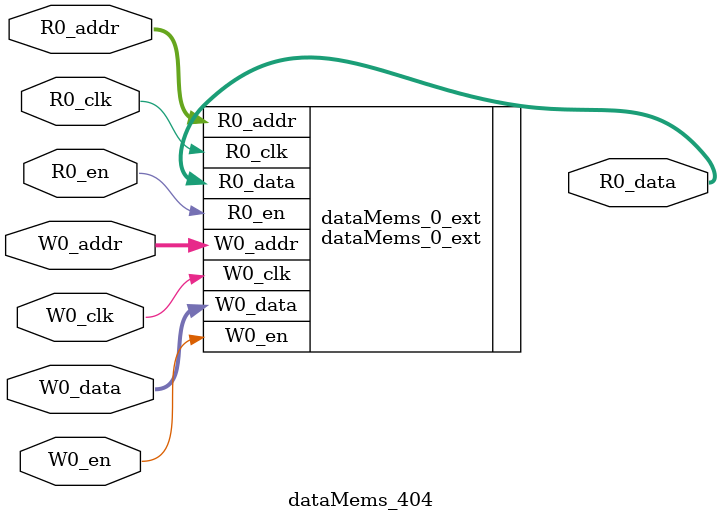
<source format=sv>
`ifndef RANDOMIZE
  `ifdef RANDOMIZE_REG_INIT
    `define RANDOMIZE
  `endif // RANDOMIZE_REG_INIT
`endif // not def RANDOMIZE
`ifndef RANDOMIZE
  `ifdef RANDOMIZE_MEM_INIT
    `define RANDOMIZE
  `endif // RANDOMIZE_MEM_INIT
`endif // not def RANDOMIZE

`ifndef RANDOM
  `define RANDOM $random
`endif // not def RANDOM

// Users can define 'PRINTF_COND' to add an extra gate to prints.
`ifndef PRINTF_COND_
  `ifdef PRINTF_COND
    `define PRINTF_COND_ (`PRINTF_COND)
  `else  // PRINTF_COND
    `define PRINTF_COND_ 1
  `endif // PRINTF_COND
`endif // not def PRINTF_COND_

// Users can define 'ASSERT_VERBOSE_COND' to add an extra gate to assert error printing.
`ifndef ASSERT_VERBOSE_COND_
  `ifdef ASSERT_VERBOSE_COND
    `define ASSERT_VERBOSE_COND_ (`ASSERT_VERBOSE_COND)
  `else  // ASSERT_VERBOSE_COND
    `define ASSERT_VERBOSE_COND_ 1
  `endif // ASSERT_VERBOSE_COND
`endif // not def ASSERT_VERBOSE_COND_

// Users can define 'STOP_COND' to add an extra gate to stop conditions.
`ifndef STOP_COND_
  `ifdef STOP_COND
    `define STOP_COND_ (`STOP_COND)
  `else  // STOP_COND
    `define STOP_COND_ 1
  `endif // STOP_COND
`endif // not def STOP_COND_

// Users can define INIT_RANDOM as general code that gets injected into the
// initializer block for modules with registers.
`ifndef INIT_RANDOM
  `define INIT_RANDOM
`endif // not def INIT_RANDOM

// If using random initialization, you can also define RANDOMIZE_DELAY to
// customize the delay used, otherwise 0.002 is used.
`ifndef RANDOMIZE_DELAY
  `define RANDOMIZE_DELAY 0.002
`endif // not def RANDOMIZE_DELAY

// Define INIT_RANDOM_PROLOG_ for use in our modules below.
`ifndef INIT_RANDOM_PROLOG_
  `ifdef RANDOMIZE
    `ifdef VERILATOR
      `define INIT_RANDOM_PROLOG_ `INIT_RANDOM
    `else  // VERILATOR
      `define INIT_RANDOM_PROLOG_ `INIT_RANDOM #`RANDOMIZE_DELAY begin end
    `endif // VERILATOR
  `else  // RANDOMIZE
    `define INIT_RANDOM_PROLOG_
  `endif // RANDOMIZE
`endif // not def INIT_RANDOM_PROLOG_

// Include register initializers in init blocks unless synthesis is set
`ifndef SYNTHESIS
  `ifndef ENABLE_INITIAL_REG_
    `define ENABLE_INITIAL_REG_
  `endif // not def ENABLE_INITIAL_REG_
`endif // not def SYNTHESIS

// Include rmemory initializers in init blocks unless synthesis is set
`ifndef SYNTHESIS
  `ifndef ENABLE_INITIAL_MEM_
    `define ENABLE_INITIAL_MEM_
  `endif // not def ENABLE_INITIAL_MEM_
`endif // not def SYNTHESIS

module dataMems_404(	// @[generators/ara/src/main/scala/UnsafeAXI4ToTL.scala:365:62]
  input  [4:0]  R0_addr,
  input         R0_en,
  input         R0_clk,
  output [66:0] R0_data,
  input  [4:0]  W0_addr,
  input         W0_en,
  input         W0_clk,
  input  [66:0] W0_data
);

  dataMems_0_ext dataMems_0_ext (	// @[generators/ara/src/main/scala/UnsafeAXI4ToTL.scala:365:62]
    .R0_addr (R0_addr),
    .R0_en   (R0_en),
    .R0_clk  (R0_clk),
    .R0_data (R0_data),
    .W0_addr (W0_addr),
    .W0_en   (W0_en),
    .W0_clk  (W0_clk),
    .W0_data (W0_data)
  );
endmodule


</source>
